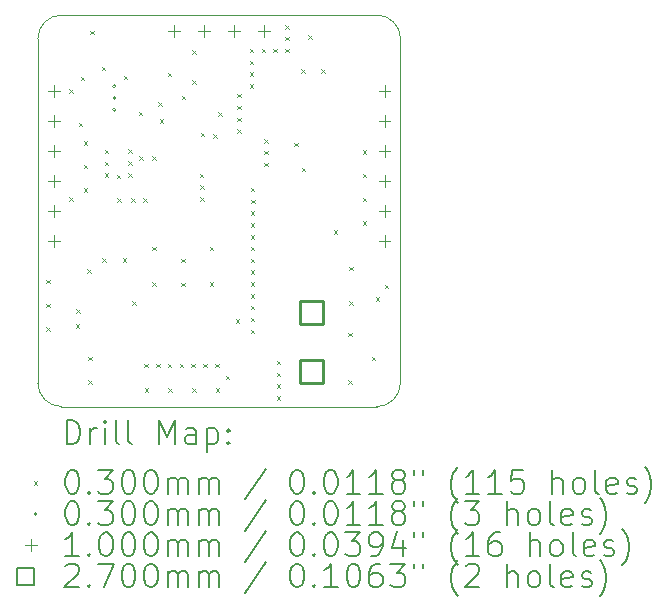
<source format=gbr>
%TF.GenerationSoftware,KiCad,Pcbnew,7.0.1*%
%TF.CreationDate,2023-08-13T10:26:00+02:00*%
%TF.ProjectId,voltmeter,766f6c74-6d65-4746-9572-2e6b69636164,3*%
%TF.SameCoordinates,Original*%
%TF.FileFunction,Drillmap*%
%TF.FilePolarity,Positive*%
%FSLAX45Y45*%
G04 Gerber Fmt 4.5, Leading zero omitted, Abs format (unit mm)*
G04 Created by KiCad (PCBNEW 7.0.1) date 2023-08-13 10:26:00*
%MOMM*%
%LPD*%
G01*
G04 APERTURE LIST*
%ADD10C,0.100000*%
%ADD11C,0.200000*%
%ADD12C,0.030000*%
%ADD13C,0.270000*%
G04 APERTURE END LIST*
D10*
X8330000Y-8122500D02*
X8330000Y-5207500D01*
X11200000Y-8322500D02*
X8530000Y-8322500D01*
X11400000Y-5207500D02*
X11400000Y-8122500D01*
X8530000Y-5007500D02*
G75*
G03*
X8330000Y-5207500I0J-200000D01*
G01*
X8530000Y-5007500D02*
X11200000Y-5007500D01*
X8330000Y-8122500D02*
G75*
G03*
X8530000Y-8322500I200000J0D01*
G01*
X11200000Y-8322500D02*
G75*
G03*
X11400000Y-8122500I0J200000D01*
G01*
X11400000Y-5207500D02*
G75*
G03*
X11200000Y-5007500I-200000J0D01*
G01*
D11*
D12*
X8402500Y-7250000D02*
X8432500Y-7280000D01*
X8432500Y-7250000D02*
X8402500Y-7280000D01*
X8402500Y-7450000D02*
X8432500Y-7480000D01*
X8432500Y-7450000D02*
X8402500Y-7480000D01*
X8402500Y-7650000D02*
X8432500Y-7680000D01*
X8432500Y-7650000D02*
X8402500Y-7680000D01*
X8594000Y-6549000D02*
X8624000Y-6579000D01*
X8624000Y-6549000D02*
X8594000Y-6579000D01*
X8597500Y-5637500D02*
X8627500Y-5667500D01*
X8627500Y-5637500D02*
X8597500Y-5667500D01*
X8652500Y-7625000D02*
X8682500Y-7655000D01*
X8682500Y-7625000D02*
X8652500Y-7655000D01*
X8655000Y-7500000D02*
X8685000Y-7530000D01*
X8685000Y-7500000D02*
X8655000Y-7530000D01*
X8675000Y-5917500D02*
X8705000Y-5947500D01*
X8705000Y-5917500D02*
X8675000Y-5947500D01*
X8692500Y-5530000D02*
X8722500Y-5560000D01*
X8722500Y-5530000D02*
X8692500Y-5560000D01*
X8720000Y-6075000D02*
X8750000Y-6105000D01*
X8750000Y-6075000D02*
X8720000Y-6105000D01*
X8720000Y-6275000D02*
X8750000Y-6305000D01*
X8750000Y-6275000D02*
X8720000Y-6305000D01*
X8720000Y-6475000D02*
X8750000Y-6505000D01*
X8750000Y-6475000D02*
X8720000Y-6505000D01*
X8747500Y-7160000D02*
X8777500Y-7190000D01*
X8777500Y-7160000D02*
X8747500Y-7190000D01*
X8757500Y-7898750D02*
X8787500Y-7928750D01*
X8787500Y-7898750D02*
X8757500Y-7928750D01*
X8757500Y-8098750D02*
X8787500Y-8128750D01*
X8787500Y-8098750D02*
X8757500Y-8128750D01*
X8772500Y-5140000D02*
X8802500Y-5170000D01*
X8802500Y-5140000D02*
X8772500Y-5170000D01*
X8869462Y-5444462D02*
X8899462Y-5474462D01*
X8899462Y-5444462D02*
X8869462Y-5474462D01*
X8875000Y-7067500D02*
X8905000Y-7097500D01*
X8905000Y-7067500D02*
X8875000Y-7097500D01*
X8895000Y-6147500D02*
X8925000Y-6177500D01*
X8925000Y-6147500D02*
X8895000Y-6177500D01*
X8895000Y-6247500D02*
X8925000Y-6277500D01*
X8925000Y-6247500D02*
X8895000Y-6277500D01*
X8895000Y-6347500D02*
X8925000Y-6377500D01*
X8925000Y-6347500D02*
X8895000Y-6377500D01*
X8997500Y-6360000D02*
X9027500Y-6390000D01*
X9027500Y-6360000D02*
X8997500Y-6390000D01*
X9000000Y-6560000D02*
X9030000Y-6590000D01*
X9030000Y-6560000D02*
X9000000Y-6590000D01*
X9050000Y-7067500D02*
X9080000Y-7097500D01*
X9080000Y-7067500D02*
X9050000Y-7097500D01*
X9056460Y-5520000D02*
X9086460Y-5550000D01*
X9086460Y-5520000D02*
X9056460Y-5550000D01*
X9095000Y-6145000D02*
X9125000Y-6175000D01*
X9125000Y-6145000D02*
X9095000Y-6175000D01*
X9095000Y-6245000D02*
X9125000Y-6275000D01*
X9125000Y-6245000D02*
X9095000Y-6275000D01*
X9095000Y-6345000D02*
X9125000Y-6375000D01*
X9125000Y-6345000D02*
X9095000Y-6375000D01*
X9120000Y-6557500D02*
X9150000Y-6587500D01*
X9150000Y-6557500D02*
X9120000Y-6587500D01*
X9129950Y-7430000D02*
X9159950Y-7460000D01*
X9159950Y-7430000D02*
X9129950Y-7460000D01*
X9182500Y-5827500D02*
X9212500Y-5857500D01*
X9212500Y-5827500D02*
X9182500Y-5857500D01*
X9187500Y-6205000D02*
X9217500Y-6235000D01*
X9217500Y-6205000D02*
X9187500Y-6235000D01*
X9220000Y-6557500D02*
X9250000Y-6587500D01*
X9250000Y-6557500D02*
X9220000Y-6587500D01*
X9230000Y-7960000D02*
X9260000Y-7990000D01*
X9260000Y-7960000D02*
X9230000Y-7990000D01*
X9235000Y-8165000D02*
X9265000Y-8195000D01*
X9265000Y-8165000D02*
X9235000Y-8195000D01*
X9297500Y-6970000D02*
X9327500Y-7000000D01*
X9327500Y-6970000D02*
X9297500Y-7000000D01*
X9297500Y-7270000D02*
X9327500Y-7300000D01*
X9327500Y-7270000D02*
X9297500Y-7300000D01*
X9300000Y-6205000D02*
X9330000Y-6235000D01*
X9330000Y-6205000D02*
X9300000Y-6235000D01*
X9330000Y-7960000D02*
X9360000Y-7990000D01*
X9360000Y-7960000D02*
X9330000Y-7990000D01*
X9350000Y-5747500D02*
X9380000Y-5777500D01*
X9380000Y-5747500D02*
X9350000Y-5777500D01*
X9360000Y-5887500D02*
X9390000Y-5917500D01*
X9390000Y-5887500D02*
X9360000Y-5917500D01*
X9430000Y-5495000D02*
X9460000Y-5525000D01*
X9460000Y-5495000D02*
X9430000Y-5525000D01*
X9430000Y-7960000D02*
X9460000Y-7990000D01*
X9460000Y-7960000D02*
X9430000Y-7990000D01*
X9435000Y-8165000D02*
X9465000Y-8195000D01*
X9465000Y-8165000D02*
X9435000Y-8195000D01*
X9530000Y-7960000D02*
X9560000Y-7990000D01*
X9560000Y-7960000D02*
X9530000Y-7990000D01*
X9542500Y-7072500D02*
X9572500Y-7102500D01*
X9572500Y-7072500D02*
X9542500Y-7102500D01*
X9542500Y-7272500D02*
X9572500Y-7302500D01*
X9572500Y-7272500D02*
X9542500Y-7302500D01*
X9550000Y-5690000D02*
X9580000Y-5720000D01*
X9580000Y-5690000D02*
X9550000Y-5720000D01*
X9630000Y-7960000D02*
X9660000Y-7990000D01*
X9660000Y-7960000D02*
X9630000Y-7990000D01*
X9635000Y-8165000D02*
X9665000Y-8195000D01*
X9665000Y-8165000D02*
X9635000Y-8195000D01*
X9635000Y-5557500D02*
X9665000Y-5587500D01*
X9665000Y-5557500D02*
X9635000Y-5587500D01*
X9637500Y-5305000D02*
X9667500Y-5335000D01*
X9667500Y-5305000D02*
X9637500Y-5335000D01*
X9702000Y-6349500D02*
X9732000Y-6379500D01*
X9732000Y-6349500D02*
X9702000Y-6379500D01*
X9702500Y-6450000D02*
X9732500Y-6480000D01*
X9732500Y-6450000D02*
X9702500Y-6480000D01*
X9702500Y-6550000D02*
X9732500Y-6580000D01*
X9732500Y-6550000D02*
X9702500Y-6580000D01*
X9710094Y-6002190D02*
X9740094Y-6032190D01*
X9740094Y-6002190D02*
X9710094Y-6032190D01*
X9730000Y-7960000D02*
X9760000Y-7990000D01*
X9760000Y-7960000D02*
X9730000Y-7990000D01*
X9785000Y-6970576D02*
X9815000Y-7000576D01*
X9815000Y-6970576D02*
X9785000Y-7000576D01*
X9785000Y-7270576D02*
X9815000Y-7300576D01*
X9815000Y-7270576D02*
X9785000Y-7300576D01*
X9812500Y-6017500D02*
X9842500Y-6047500D01*
X9842500Y-6017500D02*
X9812500Y-6047500D01*
X9830000Y-7960000D02*
X9860000Y-7990000D01*
X9860000Y-7960000D02*
X9830000Y-7990000D01*
X9835000Y-8165000D02*
X9865000Y-8195000D01*
X9865000Y-8165000D02*
X9835000Y-8195000D01*
X9855000Y-5832500D02*
X9885000Y-5862500D01*
X9885000Y-5832500D02*
X9855000Y-5862500D01*
X9920000Y-8060000D02*
X9950000Y-8090000D01*
X9950000Y-8060000D02*
X9920000Y-8090000D01*
X10005000Y-7585000D02*
X10035000Y-7615000D01*
X10035000Y-7585000D02*
X10005000Y-7615000D01*
X10017500Y-5675000D02*
X10047500Y-5705000D01*
X10047500Y-5675000D02*
X10017500Y-5705000D01*
X10017500Y-5775000D02*
X10047500Y-5805000D01*
X10047500Y-5775000D02*
X10017500Y-5805000D01*
X10017500Y-5875000D02*
X10047500Y-5905000D01*
X10047500Y-5875000D02*
X10017500Y-5905000D01*
X10017500Y-5975000D02*
X10047500Y-6005000D01*
X10047500Y-5975000D02*
X10017500Y-6005000D01*
X10125000Y-5292500D02*
X10155000Y-5322500D01*
X10155000Y-5292500D02*
X10125000Y-5322500D01*
X10125000Y-5392500D02*
X10155000Y-5422500D01*
X10155000Y-5392500D02*
X10125000Y-5422500D01*
X10125000Y-5492500D02*
X10155000Y-5522500D01*
X10155000Y-5492500D02*
X10125000Y-5522500D01*
X10125000Y-5592500D02*
X10155000Y-5622500D01*
X10155000Y-5592500D02*
X10125000Y-5622500D01*
X10132500Y-6470000D02*
X10162500Y-6500000D01*
X10162500Y-6470000D02*
X10132500Y-6500000D01*
X10132500Y-6670000D02*
X10162500Y-6700000D01*
X10162500Y-6670000D02*
X10132500Y-6700000D01*
X10132500Y-6770000D02*
X10162500Y-6800000D01*
X10162500Y-6770000D02*
X10132500Y-6800000D01*
X10132500Y-6870000D02*
X10162500Y-6900000D01*
X10162500Y-6870000D02*
X10132500Y-6900000D01*
X10132500Y-6970000D02*
X10162500Y-7000000D01*
X10162500Y-6970000D02*
X10132500Y-7000000D01*
X10132500Y-7070000D02*
X10162500Y-7100000D01*
X10162500Y-7070000D02*
X10132500Y-7100000D01*
X10132500Y-7170000D02*
X10162500Y-7200000D01*
X10162500Y-7170000D02*
X10132500Y-7200000D01*
X10132500Y-7270000D02*
X10162500Y-7300000D01*
X10162500Y-7270000D02*
X10132500Y-7300000D01*
X10132500Y-7370000D02*
X10162500Y-7400000D01*
X10162500Y-7370000D02*
X10132500Y-7400000D01*
X10132500Y-7470000D02*
X10162500Y-7500000D01*
X10162500Y-7470000D02*
X10132500Y-7500000D01*
X10132500Y-7570000D02*
X10162500Y-7600000D01*
X10162500Y-7570000D02*
X10132500Y-7600000D01*
X10132500Y-7670000D02*
X10162500Y-7700000D01*
X10162500Y-7670000D02*
X10132500Y-7700000D01*
X10137500Y-6572500D02*
X10167500Y-6602500D01*
X10167500Y-6572500D02*
X10137500Y-6602500D01*
X10225000Y-5292500D02*
X10255000Y-5322500D01*
X10255000Y-5292500D02*
X10225000Y-5322500D01*
X10245000Y-6057500D02*
X10275000Y-6087500D01*
X10275000Y-6057500D02*
X10245000Y-6087500D01*
X10245000Y-6157500D02*
X10275000Y-6187500D01*
X10275000Y-6157500D02*
X10245000Y-6187500D01*
X10245000Y-6257500D02*
X10275000Y-6287500D01*
X10275000Y-6257500D02*
X10245000Y-6287500D01*
X10325000Y-5292500D02*
X10355000Y-5322500D01*
X10355000Y-5292500D02*
X10325000Y-5322500D01*
X10352500Y-7935000D02*
X10382500Y-7965000D01*
X10382500Y-7935000D02*
X10352500Y-7965000D01*
X10352500Y-8035000D02*
X10382500Y-8065000D01*
X10382500Y-8035000D02*
X10352500Y-8065000D01*
X10352500Y-8135000D02*
X10382500Y-8165000D01*
X10382500Y-8135000D02*
X10352500Y-8165000D01*
X10352500Y-8235000D02*
X10382500Y-8265000D01*
X10382500Y-8235000D02*
X10352500Y-8265000D01*
X10425000Y-5092500D02*
X10455000Y-5122500D01*
X10455000Y-5092500D02*
X10425000Y-5122500D01*
X10425000Y-5192500D02*
X10455000Y-5222500D01*
X10455000Y-5192500D02*
X10425000Y-5222500D01*
X10425000Y-5292500D02*
X10455000Y-5322500D01*
X10455000Y-5292500D02*
X10425000Y-5322500D01*
X10500000Y-6090000D02*
X10530000Y-6120000D01*
X10530000Y-6090000D02*
X10500000Y-6120000D01*
X10560000Y-5465000D02*
X10590000Y-5495000D01*
X10590000Y-5465000D02*
X10560000Y-5495000D01*
X10565000Y-6300000D02*
X10595000Y-6330000D01*
X10595000Y-6300000D02*
X10565000Y-6330000D01*
X10621151Y-5178344D02*
X10651151Y-5208344D01*
X10651151Y-5178344D02*
X10621151Y-5208344D01*
X10727500Y-5465000D02*
X10757500Y-5495000D01*
X10757500Y-5465000D02*
X10727500Y-5495000D01*
X10835000Y-6827500D02*
X10865000Y-6857500D01*
X10865000Y-6827500D02*
X10835000Y-6857500D01*
X10957500Y-7698750D02*
X10987500Y-7728750D01*
X10987500Y-7698750D02*
X10957500Y-7728750D01*
X10957500Y-8098750D02*
X10987500Y-8128750D01*
X10987500Y-8098750D02*
X10957500Y-8128750D01*
X10965000Y-7137500D02*
X10995000Y-7167500D01*
X10995000Y-7137500D02*
X10965000Y-7167500D01*
X10967500Y-7432500D02*
X10997500Y-7462500D01*
X10997500Y-7432500D02*
X10967500Y-7462500D01*
X11080000Y-6152500D02*
X11110000Y-6182500D01*
X11110000Y-6152500D02*
X11080000Y-6182500D01*
X11080000Y-6352500D02*
X11110000Y-6382500D01*
X11110000Y-6352500D02*
X11080000Y-6382500D01*
X11080000Y-6552500D02*
X11110000Y-6582500D01*
X11110000Y-6552500D02*
X11080000Y-6582500D01*
X11080000Y-6752500D02*
X11110000Y-6782500D01*
X11110000Y-6752500D02*
X11080000Y-6782500D01*
X11157500Y-7898750D02*
X11187500Y-7928750D01*
X11187500Y-7898750D02*
X11157500Y-7928750D01*
X11192500Y-7395000D02*
X11222500Y-7425000D01*
X11222500Y-7395000D02*
X11192500Y-7425000D01*
X11265000Y-7292500D02*
X11295000Y-7322500D01*
X11295000Y-7292500D02*
X11265000Y-7322500D01*
X8992500Y-5610000D02*
G75*
G03*
X8992500Y-5610000I-15000J0D01*
G01*
X8992500Y-5710000D02*
G75*
G03*
X8992500Y-5710000I-15000J0D01*
G01*
X8992500Y-5810000D02*
G75*
G03*
X8992500Y-5810000I-15000J0D01*
G01*
D10*
X8465000Y-5600500D02*
X8465000Y-5700500D01*
X8415000Y-5650500D02*
X8515000Y-5650500D01*
X8465000Y-5854500D02*
X8465000Y-5954500D01*
X8415000Y-5904500D02*
X8515000Y-5904500D01*
X8465000Y-6108500D02*
X8465000Y-6208500D01*
X8415000Y-6158500D02*
X8515000Y-6158500D01*
X8465000Y-6362500D02*
X8465000Y-6462500D01*
X8415000Y-6412500D02*
X8515000Y-6412500D01*
X8465000Y-6616500D02*
X8465000Y-6716500D01*
X8415000Y-6666500D02*
X8515000Y-6666500D01*
X8465000Y-6870500D02*
X8465000Y-6970500D01*
X8415000Y-6920500D02*
X8515000Y-6920500D01*
X9484000Y-5092500D02*
X9484000Y-5192500D01*
X9434000Y-5142500D02*
X9534000Y-5142500D01*
X9738000Y-5092500D02*
X9738000Y-5192500D01*
X9688000Y-5142500D02*
X9788000Y-5142500D01*
X9992000Y-5092500D02*
X9992000Y-5192500D01*
X9942000Y-5142500D02*
X10042000Y-5142500D01*
X10246000Y-5092500D02*
X10246000Y-5192500D01*
X10196000Y-5142500D02*
X10296000Y-5142500D01*
X11265000Y-5600500D02*
X11265000Y-5700500D01*
X11215000Y-5650500D02*
X11315000Y-5650500D01*
X11265000Y-5854500D02*
X11265000Y-5954500D01*
X11215000Y-5904500D02*
X11315000Y-5904500D01*
X11265000Y-6108500D02*
X11265000Y-6208500D01*
X11215000Y-6158500D02*
X11315000Y-6158500D01*
X11265000Y-6362500D02*
X11265000Y-6462500D01*
X11215000Y-6412500D02*
X11315000Y-6412500D01*
X11265000Y-6616500D02*
X11265000Y-6716500D01*
X11215000Y-6666500D02*
X11315000Y-6666500D01*
X11265000Y-6870500D02*
X11265000Y-6970500D01*
X11215000Y-6920500D02*
X11315000Y-6920500D01*
D13*
X10740460Y-7622960D02*
X10740460Y-7432040D01*
X10549540Y-7432040D01*
X10549540Y-7622960D01*
X10740460Y-7622960D01*
X10740460Y-8122960D02*
X10740460Y-7932040D01*
X10549540Y-7932040D01*
X10549540Y-8122960D01*
X10740460Y-8122960D01*
D11*
X8572619Y-8640024D02*
X8572619Y-8440024D01*
X8572619Y-8440024D02*
X8620238Y-8440024D01*
X8620238Y-8440024D02*
X8648810Y-8449548D01*
X8648810Y-8449548D02*
X8667857Y-8468595D01*
X8667857Y-8468595D02*
X8677381Y-8487643D01*
X8677381Y-8487643D02*
X8686905Y-8525738D01*
X8686905Y-8525738D02*
X8686905Y-8554310D01*
X8686905Y-8554310D02*
X8677381Y-8592405D01*
X8677381Y-8592405D02*
X8667857Y-8611452D01*
X8667857Y-8611452D02*
X8648810Y-8630500D01*
X8648810Y-8630500D02*
X8620238Y-8640024D01*
X8620238Y-8640024D02*
X8572619Y-8640024D01*
X8772619Y-8640024D02*
X8772619Y-8506690D01*
X8772619Y-8544786D02*
X8782143Y-8525738D01*
X8782143Y-8525738D02*
X8791667Y-8516214D01*
X8791667Y-8516214D02*
X8810714Y-8506690D01*
X8810714Y-8506690D02*
X8829762Y-8506690D01*
X8896429Y-8640024D02*
X8896429Y-8506690D01*
X8896429Y-8440024D02*
X8886905Y-8449548D01*
X8886905Y-8449548D02*
X8896429Y-8459071D01*
X8896429Y-8459071D02*
X8905952Y-8449548D01*
X8905952Y-8449548D02*
X8896429Y-8440024D01*
X8896429Y-8440024D02*
X8896429Y-8459071D01*
X9020238Y-8640024D02*
X9001190Y-8630500D01*
X9001190Y-8630500D02*
X8991667Y-8611452D01*
X8991667Y-8611452D02*
X8991667Y-8440024D01*
X9125000Y-8640024D02*
X9105952Y-8630500D01*
X9105952Y-8630500D02*
X9096429Y-8611452D01*
X9096429Y-8611452D02*
X9096429Y-8440024D01*
X9353571Y-8640024D02*
X9353571Y-8440024D01*
X9353571Y-8440024D02*
X9420238Y-8582881D01*
X9420238Y-8582881D02*
X9486905Y-8440024D01*
X9486905Y-8440024D02*
X9486905Y-8640024D01*
X9667857Y-8640024D02*
X9667857Y-8535262D01*
X9667857Y-8535262D02*
X9658333Y-8516214D01*
X9658333Y-8516214D02*
X9639286Y-8506690D01*
X9639286Y-8506690D02*
X9601190Y-8506690D01*
X9601190Y-8506690D02*
X9582143Y-8516214D01*
X9667857Y-8630500D02*
X9648810Y-8640024D01*
X9648810Y-8640024D02*
X9601190Y-8640024D01*
X9601190Y-8640024D02*
X9582143Y-8630500D01*
X9582143Y-8630500D02*
X9572619Y-8611452D01*
X9572619Y-8611452D02*
X9572619Y-8592405D01*
X9572619Y-8592405D02*
X9582143Y-8573357D01*
X9582143Y-8573357D02*
X9601190Y-8563833D01*
X9601190Y-8563833D02*
X9648810Y-8563833D01*
X9648810Y-8563833D02*
X9667857Y-8554310D01*
X9763095Y-8506690D02*
X9763095Y-8706690D01*
X9763095Y-8516214D02*
X9782143Y-8506690D01*
X9782143Y-8506690D02*
X9820238Y-8506690D01*
X9820238Y-8506690D02*
X9839286Y-8516214D01*
X9839286Y-8516214D02*
X9848810Y-8525738D01*
X9848810Y-8525738D02*
X9858333Y-8544786D01*
X9858333Y-8544786D02*
X9858333Y-8601929D01*
X9858333Y-8601929D02*
X9848810Y-8620976D01*
X9848810Y-8620976D02*
X9839286Y-8630500D01*
X9839286Y-8630500D02*
X9820238Y-8640024D01*
X9820238Y-8640024D02*
X9782143Y-8640024D01*
X9782143Y-8640024D02*
X9763095Y-8630500D01*
X9944048Y-8620976D02*
X9953571Y-8630500D01*
X9953571Y-8630500D02*
X9944048Y-8640024D01*
X9944048Y-8640024D02*
X9934524Y-8630500D01*
X9934524Y-8630500D02*
X9944048Y-8620976D01*
X9944048Y-8620976D02*
X9944048Y-8640024D01*
X9944048Y-8516214D02*
X9953571Y-8525738D01*
X9953571Y-8525738D02*
X9944048Y-8535262D01*
X9944048Y-8535262D02*
X9934524Y-8525738D01*
X9934524Y-8525738D02*
X9944048Y-8516214D01*
X9944048Y-8516214D02*
X9944048Y-8535262D01*
D12*
X8295000Y-8952500D02*
X8325000Y-8982500D01*
X8325000Y-8952500D02*
X8295000Y-8982500D01*
D11*
X8610714Y-8860024D02*
X8629762Y-8860024D01*
X8629762Y-8860024D02*
X8648810Y-8869548D01*
X8648810Y-8869548D02*
X8658333Y-8879071D01*
X8658333Y-8879071D02*
X8667857Y-8898119D01*
X8667857Y-8898119D02*
X8677381Y-8936214D01*
X8677381Y-8936214D02*
X8677381Y-8983833D01*
X8677381Y-8983833D02*
X8667857Y-9021929D01*
X8667857Y-9021929D02*
X8658333Y-9040976D01*
X8658333Y-9040976D02*
X8648810Y-9050500D01*
X8648810Y-9050500D02*
X8629762Y-9060024D01*
X8629762Y-9060024D02*
X8610714Y-9060024D01*
X8610714Y-9060024D02*
X8591667Y-9050500D01*
X8591667Y-9050500D02*
X8582143Y-9040976D01*
X8582143Y-9040976D02*
X8572619Y-9021929D01*
X8572619Y-9021929D02*
X8563095Y-8983833D01*
X8563095Y-8983833D02*
X8563095Y-8936214D01*
X8563095Y-8936214D02*
X8572619Y-8898119D01*
X8572619Y-8898119D02*
X8582143Y-8879071D01*
X8582143Y-8879071D02*
X8591667Y-8869548D01*
X8591667Y-8869548D02*
X8610714Y-8860024D01*
X8763095Y-9040976D02*
X8772619Y-9050500D01*
X8772619Y-9050500D02*
X8763095Y-9060024D01*
X8763095Y-9060024D02*
X8753571Y-9050500D01*
X8753571Y-9050500D02*
X8763095Y-9040976D01*
X8763095Y-9040976D02*
X8763095Y-9060024D01*
X8839286Y-8860024D02*
X8963095Y-8860024D01*
X8963095Y-8860024D02*
X8896429Y-8936214D01*
X8896429Y-8936214D02*
X8925000Y-8936214D01*
X8925000Y-8936214D02*
X8944048Y-8945738D01*
X8944048Y-8945738D02*
X8953571Y-8955262D01*
X8953571Y-8955262D02*
X8963095Y-8974310D01*
X8963095Y-8974310D02*
X8963095Y-9021929D01*
X8963095Y-9021929D02*
X8953571Y-9040976D01*
X8953571Y-9040976D02*
X8944048Y-9050500D01*
X8944048Y-9050500D02*
X8925000Y-9060024D01*
X8925000Y-9060024D02*
X8867857Y-9060024D01*
X8867857Y-9060024D02*
X8848810Y-9050500D01*
X8848810Y-9050500D02*
X8839286Y-9040976D01*
X9086905Y-8860024D02*
X9105952Y-8860024D01*
X9105952Y-8860024D02*
X9125000Y-8869548D01*
X9125000Y-8869548D02*
X9134524Y-8879071D01*
X9134524Y-8879071D02*
X9144048Y-8898119D01*
X9144048Y-8898119D02*
X9153571Y-8936214D01*
X9153571Y-8936214D02*
X9153571Y-8983833D01*
X9153571Y-8983833D02*
X9144048Y-9021929D01*
X9144048Y-9021929D02*
X9134524Y-9040976D01*
X9134524Y-9040976D02*
X9125000Y-9050500D01*
X9125000Y-9050500D02*
X9105952Y-9060024D01*
X9105952Y-9060024D02*
X9086905Y-9060024D01*
X9086905Y-9060024D02*
X9067857Y-9050500D01*
X9067857Y-9050500D02*
X9058333Y-9040976D01*
X9058333Y-9040976D02*
X9048810Y-9021929D01*
X9048810Y-9021929D02*
X9039286Y-8983833D01*
X9039286Y-8983833D02*
X9039286Y-8936214D01*
X9039286Y-8936214D02*
X9048810Y-8898119D01*
X9048810Y-8898119D02*
X9058333Y-8879071D01*
X9058333Y-8879071D02*
X9067857Y-8869548D01*
X9067857Y-8869548D02*
X9086905Y-8860024D01*
X9277381Y-8860024D02*
X9296429Y-8860024D01*
X9296429Y-8860024D02*
X9315476Y-8869548D01*
X9315476Y-8869548D02*
X9325000Y-8879071D01*
X9325000Y-8879071D02*
X9334524Y-8898119D01*
X9334524Y-8898119D02*
X9344048Y-8936214D01*
X9344048Y-8936214D02*
X9344048Y-8983833D01*
X9344048Y-8983833D02*
X9334524Y-9021929D01*
X9334524Y-9021929D02*
X9325000Y-9040976D01*
X9325000Y-9040976D02*
X9315476Y-9050500D01*
X9315476Y-9050500D02*
X9296429Y-9060024D01*
X9296429Y-9060024D02*
X9277381Y-9060024D01*
X9277381Y-9060024D02*
X9258333Y-9050500D01*
X9258333Y-9050500D02*
X9248810Y-9040976D01*
X9248810Y-9040976D02*
X9239286Y-9021929D01*
X9239286Y-9021929D02*
X9229762Y-8983833D01*
X9229762Y-8983833D02*
X9229762Y-8936214D01*
X9229762Y-8936214D02*
X9239286Y-8898119D01*
X9239286Y-8898119D02*
X9248810Y-8879071D01*
X9248810Y-8879071D02*
X9258333Y-8869548D01*
X9258333Y-8869548D02*
X9277381Y-8860024D01*
X9429762Y-9060024D02*
X9429762Y-8926690D01*
X9429762Y-8945738D02*
X9439286Y-8936214D01*
X9439286Y-8936214D02*
X9458333Y-8926690D01*
X9458333Y-8926690D02*
X9486905Y-8926690D01*
X9486905Y-8926690D02*
X9505952Y-8936214D01*
X9505952Y-8936214D02*
X9515476Y-8955262D01*
X9515476Y-8955262D02*
X9515476Y-9060024D01*
X9515476Y-8955262D02*
X9525000Y-8936214D01*
X9525000Y-8936214D02*
X9544048Y-8926690D01*
X9544048Y-8926690D02*
X9572619Y-8926690D01*
X9572619Y-8926690D02*
X9591667Y-8936214D01*
X9591667Y-8936214D02*
X9601191Y-8955262D01*
X9601191Y-8955262D02*
X9601191Y-9060024D01*
X9696429Y-9060024D02*
X9696429Y-8926690D01*
X9696429Y-8945738D02*
X9705952Y-8936214D01*
X9705952Y-8936214D02*
X9725000Y-8926690D01*
X9725000Y-8926690D02*
X9753572Y-8926690D01*
X9753572Y-8926690D02*
X9772619Y-8936214D01*
X9772619Y-8936214D02*
X9782143Y-8955262D01*
X9782143Y-8955262D02*
X9782143Y-9060024D01*
X9782143Y-8955262D02*
X9791667Y-8936214D01*
X9791667Y-8936214D02*
X9810714Y-8926690D01*
X9810714Y-8926690D02*
X9839286Y-8926690D01*
X9839286Y-8926690D02*
X9858333Y-8936214D01*
X9858333Y-8936214D02*
X9867857Y-8955262D01*
X9867857Y-8955262D02*
X9867857Y-9060024D01*
X10258333Y-8850500D02*
X10086905Y-9107643D01*
X10515476Y-8860024D02*
X10534524Y-8860024D01*
X10534524Y-8860024D02*
X10553572Y-8869548D01*
X10553572Y-8869548D02*
X10563095Y-8879071D01*
X10563095Y-8879071D02*
X10572619Y-8898119D01*
X10572619Y-8898119D02*
X10582143Y-8936214D01*
X10582143Y-8936214D02*
X10582143Y-8983833D01*
X10582143Y-8983833D02*
X10572619Y-9021929D01*
X10572619Y-9021929D02*
X10563095Y-9040976D01*
X10563095Y-9040976D02*
X10553572Y-9050500D01*
X10553572Y-9050500D02*
X10534524Y-9060024D01*
X10534524Y-9060024D02*
X10515476Y-9060024D01*
X10515476Y-9060024D02*
X10496429Y-9050500D01*
X10496429Y-9050500D02*
X10486905Y-9040976D01*
X10486905Y-9040976D02*
X10477381Y-9021929D01*
X10477381Y-9021929D02*
X10467857Y-8983833D01*
X10467857Y-8983833D02*
X10467857Y-8936214D01*
X10467857Y-8936214D02*
X10477381Y-8898119D01*
X10477381Y-8898119D02*
X10486905Y-8879071D01*
X10486905Y-8879071D02*
X10496429Y-8869548D01*
X10496429Y-8869548D02*
X10515476Y-8860024D01*
X10667857Y-9040976D02*
X10677381Y-9050500D01*
X10677381Y-9050500D02*
X10667857Y-9060024D01*
X10667857Y-9060024D02*
X10658334Y-9050500D01*
X10658334Y-9050500D02*
X10667857Y-9040976D01*
X10667857Y-9040976D02*
X10667857Y-9060024D01*
X10801191Y-8860024D02*
X10820238Y-8860024D01*
X10820238Y-8860024D02*
X10839286Y-8869548D01*
X10839286Y-8869548D02*
X10848810Y-8879071D01*
X10848810Y-8879071D02*
X10858334Y-8898119D01*
X10858334Y-8898119D02*
X10867857Y-8936214D01*
X10867857Y-8936214D02*
X10867857Y-8983833D01*
X10867857Y-8983833D02*
X10858334Y-9021929D01*
X10858334Y-9021929D02*
X10848810Y-9040976D01*
X10848810Y-9040976D02*
X10839286Y-9050500D01*
X10839286Y-9050500D02*
X10820238Y-9060024D01*
X10820238Y-9060024D02*
X10801191Y-9060024D01*
X10801191Y-9060024D02*
X10782143Y-9050500D01*
X10782143Y-9050500D02*
X10772619Y-9040976D01*
X10772619Y-9040976D02*
X10763095Y-9021929D01*
X10763095Y-9021929D02*
X10753572Y-8983833D01*
X10753572Y-8983833D02*
X10753572Y-8936214D01*
X10753572Y-8936214D02*
X10763095Y-8898119D01*
X10763095Y-8898119D02*
X10772619Y-8879071D01*
X10772619Y-8879071D02*
X10782143Y-8869548D01*
X10782143Y-8869548D02*
X10801191Y-8860024D01*
X11058334Y-9060024D02*
X10944048Y-9060024D01*
X11001191Y-9060024D02*
X11001191Y-8860024D01*
X11001191Y-8860024D02*
X10982143Y-8888595D01*
X10982143Y-8888595D02*
X10963095Y-8907643D01*
X10963095Y-8907643D02*
X10944048Y-8917167D01*
X11248810Y-9060024D02*
X11134524Y-9060024D01*
X11191667Y-9060024D02*
X11191667Y-8860024D01*
X11191667Y-8860024D02*
X11172619Y-8888595D01*
X11172619Y-8888595D02*
X11153572Y-8907643D01*
X11153572Y-8907643D02*
X11134524Y-8917167D01*
X11363095Y-8945738D02*
X11344048Y-8936214D01*
X11344048Y-8936214D02*
X11334524Y-8926690D01*
X11334524Y-8926690D02*
X11325000Y-8907643D01*
X11325000Y-8907643D02*
X11325000Y-8898119D01*
X11325000Y-8898119D02*
X11334524Y-8879071D01*
X11334524Y-8879071D02*
X11344048Y-8869548D01*
X11344048Y-8869548D02*
X11363095Y-8860024D01*
X11363095Y-8860024D02*
X11401191Y-8860024D01*
X11401191Y-8860024D02*
X11420238Y-8869548D01*
X11420238Y-8869548D02*
X11429762Y-8879071D01*
X11429762Y-8879071D02*
X11439286Y-8898119D01*
X11439286Y-8898119D02*
X11439286Y-8907643D01*
X11439286Y-8907643D02*
X11429762Y-8926690D01*
X11429762Y-8926690D02*
X11420238Y-8936214D01*
X11420238Y-8936214D02*
X11401191Y-8945738D01*
X11401191Y-8945738D02*
X11363095Y-8945738D01*
X11363095Y-8945738D02*
X11344048Y-8955262D01*
X11344048Y-8955262D02*
X11334524Y-8964786D01*
X11334524Y-8964786D02*
X11325000Y-8983833D01*
X11325000Y-8983833D02*
X11325000Y-9021929D01*
X11325000Y-9021929D02*
X11334524Y-9040976D01*
X11334524Y-9040976D02*
X11344048Y-9050500D01*
X11344048Y-9050500D02*
X11363095Y-9060024D01*
X11363095Y-9060024D02*
X11401191Y-9060024D01*
X11401191Y-9060024D02*
X11420238Y-9050500D01*
X11420238Y-9050500D02*
X11429762Y-9040976D01*
X11429762Y-9040976D02*
X11439286Y-9021929D01*
X11439286Y-9021929D02*
X11439286Y-8983833D01*
X11439286Y-8983833D02*
X11429762Y-8964786D01*
X11429762Y-8964786D02*
X11420238Y-8955262D01*
X11420238Y-8955262D02*
X11401191Y-8945738D01*
X11515476Y-8860024D02*
X11515476Y-8898119D01*
X11591667Y-8860024D02*
X11591667Y-8898119D01*
X11886905Y-9136214D02*
X11877381Y-9126690D01*
X11877381Y-9126690D02*
X11858334Y-9098119D01*
X11858334Y-9098119D02*
X11848810Y-9079071D01*
X11848810Y-9079071D02*
X11839286Y-9050500D01*
X11839286Y-9050500D02*
X11829762Y-9002881D01*
X11829762Y-9002881D02*
X11829762Y-8964786D01*
X11829762Y-8964786D02*
X11839286Y-8917167D01*
X11839286Y-8917167D02*
X11848810Y-8888595D01*
X11848810Y-8888595D02*
X11858334Y-8869548D01*
X11858334Y-8869548D02*
X11877381Y-8840976D01*
X11877381Y-8840976D02*
X11886905Y-8831452D01*
X12067857Y-9060024D02*
X11953572Y-9060024D01*
X12010714Y-9060024D02*
X12010714Y-8860024D01*
X12010714Y-8860024D02*
X11991667Y-8888595D01*
X11991667Y-8888595D02*
X11972619Y-8907643D01*
X11972619Y-8907643D02*
X11953572Y-8917167D01*
X12258334Y-9060024D02*
X12144048Y-9060024D01*
X12201191Y-9060024D02*
X12201191Y-8860024D01*
X12201191Y-8860024D02*
X12182143Y-8888595D01*
X12182143Y-8888595D02*
X12163095Y-8907643D01*
X12163095Y-8907643D02*
X12144048Y-8917167D01*
X12439286Y-8860024D02*
X12344048Y-8860024D01*
X12344048Y-8860024D02*
X12334524Y-8955262D01*
X12334524Y-8955262D02*
X12344048Y-8945738D01*
X12344048Y-8945738D02*
X12363095Y-8936214D01*
X12363095Y-8936214D02*
X12410715Y-8936214D01*
X12410715Y-8936214D02*
X12429762Y-8945738D01*
X12429762Y-8945738D02*
X12439286Y-8955262D01*
X12439286Y-8955262D02*
X12448810Y-8974310D01*
X12448810Y-8974310D02*
X12448810Y-9021929D01*
X12448810Y-9021929D02*
X12439286Y-9040976D01*
X12439286Y-9040976D02*
X12429762Y-9050500D01*
X12429762Y-9050500D02*
X12410715Y-9060024D01*
X12410715Y-9060024D02*
X12363095Y-9060024D01*
X12363095Y-9060024D02*
X12344048Y-9050500D01*
X12344048Y-9050500D02*
X12334524Y-9040976D01*
X12686905Y-9060024D02*
X12686905Y-8860024D01*
X12772619Y-9060024D02*
X12772619Y-8955262D01*
X12772619Y-8955262D02*
X12763096Y-8936214D01*
X12763096Y-8936214D02*
X12744048Y-8926690D01*
X12744048Y-8926690D02*
X12715476Y-8926690D01*
X12715476Y-8926690D02*
X12696429Y-8936214D01*
X12696429Y-8936214D02*
X12686905Y-8945738D01*
X12896429Y-9060024D02*
X12877381Y-9050500D01*
X12877381Y-9050500D02*
X12867857Y-9040976D01*
X12867857Y-9040976D02*
X12858334Y-9021929D01*
X12858334Y-9021929D02*
X12858334Y-8964786D01*
X12858334Y-8964786D02*
X12867857Y-8945738D01*
X12867857Y-8945738D02*
X12877381Y-8936214D01*
X12877381Y-8936214D02*
X12896429Y-8926690D01*
X12896429Y-8926690D02*
X12925000Y-8926690D01*
X12925000Y-8926690D02*
X12944048Y-8936214D01*
X12944048Y-8936214D02*
X12953572Y-8945738D01*
X12953572Y-8945738D02*
X12963096Y-8964786D01*
X12963096Y-8964786D02*
X12963096Y-9021929D01*
X12963096Y-9021929D02*
X12953572Y-9040976D01*
X12953572Y-9040976D02*
X12944048Y-9050500D01*
X12944048Y-9050500D02*
X12925000Y-9060024D01*
X12925000Y-9060024D02*
X12896429Y-9060024D01*
X13077381Y-9060024D02*
X13058334Y-9050500D01*
X13058334Y-9050500D02*
X13048810Y-9031452D01*
X13048810Y-9031452D02*
X13048810Y-8860024D01*
X13229762Y-9050500D02*
X13210715Y-9060024D01*
X13210715Y-9060024D02*
X13172619Y-9060024D01*
X13172619Y-9060024D02*
X13153572Y-9050500D01*
X13153572Y-9050500D02*
X13144048Y-9031452D01*
X13144048Y-9031452D02*
X13144048Y-8955262D01*
X13144048Y-8955262D02*
X13153572Y-8936214D01*
X13153572Y-8936214D02*
X13172619Y-8926690D01*
X13172619Y-8926690D02*
X13210715Y-8926690D01*
X13210715Y-8926690D02*
X13229762Y-8936214D01*
X13229762Y-8936214D02*
X13239286Y-8955262D01*
X13239286Y-8955262D02*
X13239286Y-8974310D01*
X13239286Y-8974310D02*
X13144048Y-8993357D01*
X13315477Y-9050500D02*
X13334524Y-9060024D01*
X13334524Y-9060024D02*
X13372619Y-9060024D01*
X13372619Y-9060024D02*
X13391667Y-9050500D01*
X13391667Y-9050500D02*
X13401191Y-9031452D01*
X13401191Y-9031452D02*
X13401191Y-9021929D01*
X13401191Y-9021929D02*
X13391667Y-9002881D01*
X13391667Y-9002881D02*
X13372619Y-8993357D01*
X13372619Y-8993357D02*
X13344048Y-8993357D01*
X13344048Y-8993357D02*
X13325000Y-8983833D01*
X13325000Y-8983833D02*
X13315477Y-8964786D01*
X13315477Y-8964786D02*
X13315477Y-8955262D01*
X13315477Y-8955262D02*
X13325000Y-8936214D01*
X13325000Y-8936214D02*
X13344048Y-8926690D01*
X13344048Y-8926690D02*
X13372619Y-8926690D01*
X13372619Y-8926690D02*
X13391667Y-8936214D01*
X13467858Y-9136214D02*
X13477381Y-9126690D01*
X13477381Y-9126690D02*
X13496429Y-9098119D01*
X13496429Y-9098119D02*
X13505953Y-9079071D01*
X13505953Y-9079071D02*
X13515477Y-9050500D01*
X13515477Y-9050500D02*
X13525000Y-9002881D01*
X13525000Y-9002881D02*
X13525000Y-8964786D01*
X13525000Y-8964786D02*
X13515477Y-8917167D01*
X13515477Y-8917167D02*
X13505953Y-8888595D01*
X13505953Y-8888595D02*
X13496429Y-8869548D01*
X13496429Y-8869548D02*
X13477381Y-8840976D01*
X13477381Y-8840976D02*
X13467858Y-8831452D01*
D12*
X8325000Y-9231500D02*
G75*
G03*
X8325000Y-9231500I-15000J0D01*
G01*
D11*
X8610714Y-9124024D02*
X8629762Y-9124024D01*
X8629762Y-9124024D02*
X8648810Y-9133548D01*
X8648810Y-9133548D02*
X8658333Y-9143071D01*
X8658333Y-9143071D02*
X8667857Y-9162119D01*
X8667857Y-9162119D02*
X8677381Y-9200214D01*
X8677381Y-9200214D02*
X8677381Y-9247833D01*
X8677381Y-9247833D02*
X8667857Y-9285929D01*
X8667857Y-9285929D02*
X8658333Y-9304976D01*
X8658333Y-9304976D02*
X8648810Y-9314500D01*
X8648810Y-9314500D02*
X8629762Y-9324024D01*
X8629762Y-9324024D02*
X8610714Y-9324024D01*
X8610714Y-9324024D02*
X8591667Y-9314500D01*
X8591667Y-9314500D02*
X8582143Y-9304976D01*
X8582143Y-9304976D02*
X8572619Y-9285929D01*
X8572619Y-9285929D02*
X8563095Y-9247833D01*
X8563095Y-9247833D02*
X8563095Y-9200214D01*
X8563095Y-9200214D02*
X8572619Y-9162119D01*
X8572619Y-9162119D02*
X8582143Y-9143071D01*
X8582143Y-9143071D02*
X8591667Y-9133548D01*
X8591667Y-9133548D02*
X8610714Y-9124024D01*
X8763095Y-9304976D02*
X8772619Y-9314500D01*
X8772619Y-9314500D02*
X8763095Y-9324024D01*
X8763095Y-9324024D02*
X8753571Y-9314500D01*
X8753571Y-9314500D02*
X8763095Y-9304976D01*
X8763095Y-9304976D02*
X8763095Y-9324024D01*
X8839286Y-9124024D02*
X8963095Y-9124024D01*
X8963095Y-9124024D02*
X8896429Y-9200214D01*
X8896429Y-9200214D02*
X8925000Y-9200214D01*
X8925000Y-9200214D02*
X8944048Y-9209738D01*
X8944048Y-9209738D02*
X8953571Y-9219262D01*
X8953571Y-9219262D02*
X8963095Y-9238310D01*
X8963095Y-9238310D02*
X8963095Y-9285929D01*
X8963095Y-9285929D02*
X8953571Y-9304976D01*
X8953571Y-9304976D02*
X8944048Y-9314500D01*
X8944048Y-9314500D02*
X8925000Y-9324024D01*
X8925000Y-9324024D02*
X8867857Y-9324024D01*
X8867857Y-9324024D02*
X8848810Y-9314500D01*
X8848810Y-9314500D02*
X8839286Y-9304976D01*
X9086905Y-9124024D02*
X9105952Y-9124024D01*
X9105952Y-9124024D02*
X9125000Y-9133548D01*
X9125000Y-9133548D02*
X9134524Y-9143071D01*
X9134524Y-9143071D02*
X9144048Y-9162119D01*
X9144048Y-9162119D02*
X9153571Y-9200214D01*
X9153571Y-9200214D02*
X9153571Y-9247833D01*
X9153571Y-9247833D02*
X9144048Y-9285929D01*
X9144048Y-9285929D02*
X9134524Y-9304976D01*
X9134524Y-9304976D02*
X9125000Y-9314500D01*
X9125000Y-9314500D02*
X9105952Y-9324024D01*
X9105952Y-9324024D02*
X9086905Y-9324024D01*
X9086905Y-9324024D02*
X9067857Y-9314500D01*
X9067857Y-9314500D02*
X9058333Y-9304976D01*
X9058333Y-9304976D02*
X9048810Y-9285929D01*
X9048810Y-9285929D02*
X9039286Y-9247833D01*
X9039286Y-9247833D02*
X9039286Y-9200214D01*
X9039286Y-9200214D02*
X9048810Y-9162119D01*
X9048810Y-9162119D02*
X9058333Y-9143071D01*
X9058333Y-9143071D02*
X9067857Y-9133548D01*
X9067857Y-9133548D02*
X9086905Y-9124024D01*
X9277381Y-9124024D02*
X9296429Y-9124024D01*
X9296429Y-9124024D02*
X9315476Y-9133548D01*
X9315476Y-9133548D02*
X9325000Y-9143071D01*
X9325000Y-9143071D02*
X9334524Y-9162119D01*
X9334524Y-9162119D02*
X9344048Y-9200214D01*
X9344048Y-9200214D02*
X9344048Y-9247833D01*
X9344048Y-9247833D02*
X9334524Y-9285929D01*
X9334524Y-9285929D02*
X9325000Y-9304976D01*
X9325000Y-9304976D02*
X9315476Y-9314500D01*
X9315476Y-9314500D02*
X9296429Y-9324024D01*
X9296429Y-9324024D02*
X9277381Y-9324024D01*
X9277381Y-9324024D02*
X9258333Y-9314500D01*
X9258333Y-9314500D02*
X9248810Y-9304976D01*
X9248810Y-9304976D02*
X9239286Y-9285929D01*
X9239286Y-9285929D02*
X9229762Y-9247833D01*
X9229762Y-9247833D02*
X9229762Y-9200214D01*
X9229762Y-9200214D02*
X9239286Y-9162119D01*
X9239286Y-9162119D02*
X9248810Y-9143071D01*
X9248810Y-9143071D02*
X9258333Y-9133548D01*
X9258333Y-9133548D02*
X9277381Y-9124024D01*
X9429762Y-9324024D02*
X9429762Y-9190690D01*
X9429762Y-9209738D02*
X9439286Y-9200214D01*
X9439286Y-9200214D02*
X9458333Y-9190690D01*
X9458333Y-9190690D02*
X9486905Y-9190690D01*
X9486905Y-9190690D02*
X9505952Y-9200214D01*
X9505952Y-9200214D02*
X9515476Y-9219262D01*
X9515476Y-9219262D02*
X9515476Y-9324024D01*
X9515476Y-9219262D02*
X9525000Y-9200214D01*
X9525000Y-9200214D02*
X9544048Y-9190690D01*
X9544048Y-9190690D02*
X9572619Y-9190690D01*
X9572619Y-9190690D02*
X9591667Y-9200214D01*
X9591667Y-9200214D02*
X9601191Y-9219262D01*
X9601191Y-9219262D02*
X9601191Y-9324024D01*
X9696429Y-9324024D02*
X9696429Y-9190690D01*
X9696429Y-9209738D02*
X9705952Y-9200214D01*
X9705952Y-9200214D02*
X9725000Y-9190690D01*
X9725000Y-9190690D02*
X9753572Y-9190690D01*
X9753572Y-9190690D02*
X9772619Y-9200214D01*
X9772619Y-9200214D02*
X9782143Y-9219262D01*
X9782143Y-9219262D02*
X9782143Y-9324024D01*
X9782143Y-9219262D02*
X9791667Y-9200214D01*
X9791667Y-9200214D02*
X9810714Y-9190690D01*
X9810714Y-9190690D02*
X9839286Y-9190690D01*
X9839286Y-9190690D02*
X9858333Y-9200214D01*
X9858333Y-9200214D02*
X9867857Y-9219262D01*
X9867857Y-9219262D02*
X9867857Y-9324024D01*
X10258333Y-9114500D02*
X10086905Y-9371643D01*
X10515476Y-9124024D02*
X10534524Y-9124024D01*
X10534524Y-9124024D02*
X10553572Y-9133548D01*
X10553572Y-9133548D02*
X10563095Y-9143071D01*
X10563095Y-9143071D02*
X10572619Y-9162119D01*
X10572619Y-9162119D02*
X10582143Y-9200214D01*
X10582143Y-9200214D02*
X10582143Y-9247833D01*
X10582143Y-9247833D02*
X10572619Y-9285929D01*
X10572619Y-9285929D02*
X10563095Y-9304976D01*
X10563095Y-9304976D02*
X10553572Y-9314500D01*
X10553572Y-9314500D02*
X10534524Y-9324024D01*
X10534524Y-9324024D02*
X10515476Y-9324024D01*
X10515476Y-9324024D02*
X10496429Y-9314500D01*
X10496429Y-9314500D02*
X10486905Y-9304976D01*
X10486905Y-9304976D02*
X10477381Y-9285929D01*
X10477381Y-9285929D02*
X10467857Y-9247833D01*
X10467857Y-9247833D02*
X10467857Y-9200214D01*
X10467857Y-9200214D02*
X10477381Y-9162119D01*
X10477381Y-9162119D02*
X10486905Y-9143071D01*
X10486905Y-9143071D02*
X10496429Y-9133548D01*
X10496429Y-9133548D02*
X10515476Y-9124024D01*
X10667857Y-9304976D02*
X10677381Y-9314500D01*
X10677381Y-9314500D02*
X10667857Y-9324024D01*
X10667857Y-9324024D02*
X10658334Y-9314500D01*
X10658334Y-9314500D02*
X10667857Y-9304976D01*
X10667857Y-9304976D02*
X10667857Y-9324024D01*
X10801191Y-9124024D02*
X10820238Y-9124024D01*
X10820238Y-9124024D02*
X10839286Y-9133548D01*
X10839286Y-9133548D02*
X10848810Y-9143071D01*
X10848810Y-9143071D02*
X10858334Y-9162119D01*
X10858334Y-9162119D02*
X10867857Y-9200214D01*
X10867857Y-9200214D02*
X10867857Y-9247833D01*
X10867857Y-9247833D02*
X10858334Y-9285929D01*
X10858334Y-9285929D02*
X10848810Y-9304976D01*
X10848810Y-9304976D02*
X10839286Y-9314500D01*
X10839286Y-9314500D02*
X10820238Y-9324024D01*
X10820238Y-9324024D02*
X10801191Y-9324024D01*
X10801191Y-9324024D02*
X10782143Y-9314500D01*
X10782143Y-9314500D02*
X10772619Y-9304976D01*
X10772619Y-9304976D02*
X10763095Y-9285929D01*
X10763095Y-9285929D02*
X10753572Y-9247833D01*
X10753572Y-9247833D02*
X10753572Y-9200214D01*
X10753572Y-9200214D02*
X10763095Y-9162119D01*
X10763095Y-9162119D02*
X10772619Y-9143071D01*
X10772619Y-9143071D02*
X10782143Y-9133548D01*
X10782143Y-9133548D02*
X10801191Y-9124024D01*
X11058334Y-9324024D02*
X10944048Y-9324024D01*
X11001191Y-9324024D02*
X11001191Y-9124024D01*
X11001191Y-9124024D02*
X10982143Y-9152595D01*
X10982143Y-9152595D02*
X10963095Y-9171643D01*
X10963095Y-9171643D02*
X10944048Y-9181167D01*
X11248810Y-9324024D02*
X11134524Y-9324024D01*
X11191667Y-9324024D02*
X11191667Y-9124024D01*
X11191667Y-9124024D02*
X11172619Y-9152595D01*
X11172619Y-9152595D02*
X11153572Y-9171643D01*
X11153572Y-9171643D02*
X11134524Y-9181167D01*
X11363095Y-9209738D02*
X11344048Y-9200214D01*
X11344048Y-9200214D02*
X11334524Y-9190690D01*
X11334524Y-9190690D02*
X11325000Y-9171643D01*
X11325000Y-9171643D02*
X11325000Y-9162119D01*
X11325000Y-9162119D02*
X11334524Y-9143071D01*
X11334524Y-9143071D02*
X11344048Y-9133548D01*
X11344048Y-9133548D02*
X11363095Y-9124024D01*
X11363095Y-9124024D02*
X11401191Y-9124024D01*
X11401191Y-9124024D02*
X11420238Y-9133548D01*
X11420238Y-9133548D02*
X11429762Y-9143071D01*
X11429762Y-9143071D02*
X11439286Y-9162119D01*
X11439286Y-9162119D02*
X11439286Y-9171643D01*
X11439286Y-9171643D02*
X11429762Y-9190690D01*
X11429762Y-9190690D02*
X11420238Y-9200214D01*
X11420238Y-9200214D02*
X11401191Y-9209738D01*
X11401191Y-9209738D02*
X11363095Y-9209738D01*
X11363095Y-9209738D02*
X11344048Y-9219262D01*
X11344048Y-9219262D02*
X11334524Y-9228786D01*
X11334524Y-9228786D02*
X11325000Y-9247833D01*
X11325000Y-9247833D02*
X11325000Y-9285929D01*
X11325000Y-9285929D02*
X11334524Y-9304976D01*
X11334524Y-9304976D02*
X11344048Y-9314500D01*
X11344048Y-9314500D02*
X11363095Y-9324024D01*
X11363095Y-9324024D02*
X11401191Y-9324024D01*
X11401191Y-9324024D02*
X11420238Y-9314500D01*
X11420238Y-9314500D02*
X11429762Y-9304976D01*
X11429762Y-9304976D02*
X11439286Y-9285929D01*
X11439286Y-9285929D02*
X11439286Y-9247833D01*
X11439286Y-9247833D02*
X11429762Y-9228786D01*
X11429762Y-9228786D02*
X11420238Y-9219262D01*
X11420238Y-9219262D02*
X11401191Y-9209738D01*
X11515476Y-9124024D02*
X11515476Y-9162119D01*
X11591667Y-9124024D02*
X11591667Y-9162119D01*
X11886905Y-9400214D02*
X11877381Y-9390690D01*
X11877381Y-9390690D02*
X11858334Y-9362119D01*
X11858334Y-9362119D02*
X11848810Y-9343071D01*
X11848810Y-9343071D02*
X11839286Y-9314500D01*
X11839286Y-9314500D02*
X11829762Y-9266881D01*
X11829762Y-9266881D02*
X11829762Y-9228786D01*
X11829762Y-9228786D02*
X11839286Y-9181167D01*
X11839286Y-9181167D02*
X11848810Y-9152595D01*
X11848810Y-9152595D02*
X11858334Y-9133548D01*
X11858334Y-9133548D02*
X11877381Y-9104976D01*
X11877381Y-9104976D02*
X11886905Y-9095452D01*
X11944048Y-9124024D02*
X12067857Y-9124024D01*
X12067857Y-9124024D02*
X12001191Y-9200214D01*
X12001191Y-9200214D02*
X12029762Y-9200214D01*
X12029762Y-9200214D02*
X12048810Y-9209738D01*
X12048810Y-9209738D02*
X12058334Y-9219262D01*
X12058334Y-9219262D02*
X12067857Y-9238310D01*
X12067857Y-9238310D02*
X12067857Y-9285929D01*
X12067857Y-9285929D02*
X12058334Y-9304976D01*
X12058334Y-9304976D02*
X12048810Y-9314500D01*
X12048810Y-9314500D02*
X12029762Y-9324024D01*
X12029762Y-9324024D02*
X11972619Y-9324024D01*
X11972619Y-9324024D02*
X11953572Y-9314500D01*
X11953572Y-9314500D02*
X11944048Y-9304976D01*
X12305953Y-9324024D02*
X12305953Y-9124024D01*
X12391667Y-9324024D02*
X12391667Y-9219262D01*
X12391667Y-9219262D02*
X12382143Y-9200214D01*
X12382143Y-9200214D02*
X12363096Y-9190690D01*
X12363096Y-9190690D02*
X12334524Y-9190690D01*
X12334524Y-9190690D02*
X12315476Y-9200214D01*
X12315476Y-9200214D02*
X12305953Y-9209738D01*
X12515476Y-9324024D02*
X12496429Y-9314500D01*
X12496429Y-9314500D02*
X12486905Y-9304976D01*
X12486905Y-9304976D02*
X12477381Y-9285929D01*
X12477381Y-9285929D02*
X12477381Y-9228786D01*
X12477381Y-9228786D02*
X12486905Y-9209738D01*
X12486905Y-9209738D02*
X12496429Y-9200214D01*
X12496429Y-9200214D02*
X12515476Y-9190690D01*
X12515476Y-9190690D02*
X12544048Y-9190690D01*
X12544048Y-9190690D02*
X12563096Y-9200214D01*
X12563096Y-9200214D02*
X12572619Y-9209738D01*
X12572619Y-9209738D02*
X12582143Y-9228786D01*
X12582143Y-9228786D02*
X12582143Y-9285929D01*
X12582143Y-9285929D02*
X12572619Y-9304976D01*
X12572619Y-9304976D02*
X12563096Y-9314500D01*
X12563096Y-9314500D02*
X12544048Y-9324024D01*
X12544048Y-9324024D02*
X12515476Y-9324024D01*
X12696429Y-9324024D02*
X12677381Y-9314500D01*
X12677381Y-9314500D02*
X12667857Y-9295452D01*
X12667857Y-9295452D02*
X12667857Y-9124024D01*
X12848810Y-9314500D02*
X12829762Y-9324024D01*
X12829762Y-9324024D02*
X12791667Y-9324024D01*
X12791667Y-9324024D02*
X12772619Y-9314500D01*
X12772619Y-9314500D02*
X12763096Y-9295452D01*
X12763096Y-9295452D02*
X12763096Y-9219262D01*
X12763096Y-9219262D02*
X12772619Y-9200214D01*
X12772619Y-9200214D02*
X12791667Y-9190690D01*
X12791667Y-9190690D02*
X12829762Y-9190690D01*
X12829762Y-9190690D02*
X12848810Y-9200214D01*
X12848810Y-9200214D02*
X12858334Y-9219262D01*
X12858334Y-9219262D02*
X12858334Y-9238310D01*
X12858334Y-9238310D02*
X12763096Y-9257357D01*
X12934524Y-9314500D02*
X12953572Y-9324024D01*
X12953572Y-9324024D02*
X12991667Y-9324024D01*
X12991667Y-9324024D02*
X13010715Y-9314500D01*
X13010715Y-9314500D02*
X13020238Y-9295452D01*
X13020238Y-9295452D02*
X13020238Y-9285929D01*
X13020238Y-9285929D02*
X13010715Y-9266881D01*
X13010715Y-9266881D02*
X12991667Y-9257357D01*
X12991667Y-9257357D02*
X12963096Y-9257357D01*
X12963096Y-9257357D02*
X12944048Y-9247833D01*
X12944048Y-9247833D02*
X12934524Y-9228786D01*
X12934524Y-9228786D02*
X12934524Y-9219262D01*
X12934524Y-9219262D02*
X12944048Y-9200214D01*
X12944048Y-9200214D02*
X12963096Y-9190690D01*
X12963096Y-9190690D02*
X12991667Y-9190690D01*
X12991667Y-9190690D02*
X13010715Y-9200214D01*
X13086905Y-9400214D02*
X13096429Y-9390690D01*
X13096429Y-9390690D02*
X13115477Y-9362119D01*
X13115477Y-9362119D02*
X13125000Y-9343071D01*
X13125000Y-9343071D02*
X13134524Y-9314500D01*
X13134524Y-9314500D02*
X13144048Y-9266881D01*
X13144048Y-9266881D02*
X13144048Y-9228786D01*
X13144048Y-9228786D02*
X13134524Y-9181167D01*
X13134524Y-9181167D02*
X13125000Y-9152595D01*
X13125000Y-9152595D02*
X13115477Y-9133548D01*
X13115477Y-9133548D02*
X13096429Y-9104976D01*
X13096429Y-9104976D02*
X13086905Y-9095452D01*
D10*
X8275000Y-9445500D02*
X8275000Y-9545500D01*
X8225000Y-9495500D02*
X8325000Y-9495500D01*
D11*
X8677381Y-9588024D02*
X8563095Y-9588024D01*
X8620238Y-9588024D02*
X8620238Y-9388024D01*
X8620238Y-9388024D02*
X8601190Y-9416595D01*
X8601190Y-9416595D02*
X8582143Y-9435643D01*
X8582143Y-9435643D02*
X8563095Y-9445167D01*
X8763095Y-9568976D02*
X8772619Y-9578500D01*
X8772619Y-9578500D02*
X8763095Y-9588024D01*
X8763095Y-9588024D02*
X8753571Y-9578500D01*
X8753571Y-9578500D02*
X8763095Y-9568976D01*
X8763095Y-9568976D02*
X8763095Y-9588024D01*
X8896429Y-9388024D02*
X8915476Y-9388024D01*
X8915476Y-9388024D02*
X8934524Y-9397548D01*
X8934524Y-9397548D02*
X8944048Y-9407071D01*
X8944048Y-9407071D02*
X8953571Y-9426119D01*
X8953571Y-9426119D02*
X8963095Y-9464214D01*
X8963095Y-9464214D02*
X8963095Y-9511833D01*
X8963095Y-9511833D02*
X8953571Y-9549929D01*
X8953571Y-9549929D02*
X8944048Y-9568976D01*
X8944048Y-9568976D02*
X8934524Y-9578500D01*
X8934524Y-9578500D02*
X8915476Y-9588024D01*
X8915476Y-9588024D02*
X8896429Y-9588024D01*
X8896429Y-9588024D02*
X8877381Y-9578500D01*
X8877381Y-9578500D02*
X8867857Y-9568976D01*
X8867857Y-9568976D02*
X8858333Y-9549929D01*
X8858333Y-9549929D02*
X8848810Y-9511833D01*
X8848810Y-9511833D02*
X8848810Y-9464214D01*
X8848810Y-9464214D02*
X8858333Y-9426119D01*
X8858333Y-9426119D02*
X8867857Y-9407071D01*
X8867857Y-9407071D02*
X8877381Y-9397548D01*
X8877381Y-9397548D02*
X8896429Y-9388024D01*
X9086905Y-9388024D02*
X9105952Y-9388024D01*
X9105952Y-9388024D02*
X9125000Y-9397548D01*
X9125000Y-9397548D02*
X9134524Y-9407071D01*
X9134524Y-9407071D02*
X9144048Y-9426119D01*
X9144048Y-9426119D02*
X9153571Y-9464214D01*
X9153571Y-9464214D02*
X9153571Y-9511833D01*
X9153571Y-9511833D02*
X9144048Y-9549929D01*
X9144048Y-9549929D02*
X9134524Y-9568976D01*
X9134524Y-9568976D02*
X9125000Y-9578500D01*
X9125000Y-9578500D02*
X9105952Y-9588024D01*
X9105952Y-9588024D02*
X9086905Y-9588024D01*
X9086905Y-9588024D02*
X9067857Y-9578500D01*
X9067857Y-9578500D02*
X9058333Y-9568976D01*
X9058333Y-9568976D02*
X9048810Y-9549929D01*
X9048810Y-9549929D02*
X9039286Y-9511833D01*
X9039286Y-9511833D02*
X9039286Y-9464214D01*
X9039286Y-9464214D02*
X9048810Y-9426119D01*
X9048810Y-9426119D02*
X9058333Y-9407071D01*
X9058333Y-9407071D02*
X9067857Y-9397548D01*
X9067857Y-9397548D02*
X9086905Y-9388024D01*
X9277381Y-9388024D02*
X9296429Y-9388024D01*
X9296429Y-9388024D02*
X9315476Y-9397548D01*
X9315476Y-9397548D02*
X9325000Y-9407071D01*
X9325000Y-9407071D02*
X9334524Y-9426119D01*
X9334524Y-9426119D02*
X9344048Y-9464214D01*
X9344048Y-9464214D02*
X9344048Y-9511833D01*
X9344048Y-9511833D02*
X9334524Y-9549929D01*
X9334524Y-9549929D02*
X9325000Y-9568976D01*
X9325000Y-9568976D02*
X9315476Y-9578500D01*
X9315476Y-9578500D02*
X9296429Y-9588024D01*
X9296429Y-9588024D02*
X9277381Y-9588024D01*
X9277381Y-9588024D02*
X9258333Y-9578500D01*
X9258333Y-9578500D02*
X9248810Y-9568976D01*
X9248810Y-9568976D02*
X9239286Y-9549929D01*
X9239286Y-9549929D02*
X9229762Y-9511833D01*
X9229762Y-9511833D02*
X9229762Y-9464214D01*
X9229762Y-9464214D02*
X9239286Y-9426119D01*
X9239286Y-9426119D02*
X9248810Y-9407071D01*
X9248810Y-9407071D02*
X9258333Y-9397548D01*
X9258333Y-9397548D02*
X9277381Y-9388024D01*
X9429762Y-9588024D02*
X9429762Y-9454690D01*
X9429762Y-9473738D02*
X9439286Y-9464214D01*
X9439286Y-9464214D02*
X9458333Y-9454690D01*
X9458333Y-9454690D02*
X9486905Y-9454690D01*
X9486905Y-9454690D02*
X9505952Y-9464214D01*
X9505952Y-9464214D02*
X9515476Y-9483262D01*
X9515476Y-9483262D02*
X9515476Y-9588024D01*
X9515476Y-9483262D02*
X9525000Y-9464214D01*
X9525000Y-9464214D02*
X9544048Y-9454690D01*
X9544048Y-9454690D02*
X9572619Y-9454690D01*
X9572619Y-9454690D02*
X9591667Y-9464214D01*
X9591667Y-9464214D02*
X9601191Y-9483262D01*
X9601191Y-9483262D02*
X9601191Y-9588024D01*
X9696429Y-9588024D02*
X9696429Y-9454690D01*
X9696429Y-9473738D02*
X9705952Y-9464214D01*
X9705952Y-9464214D02*
X9725000Y-9454690D01*
X9725000Y-9454690D02*
X9753572Y-9454690D01*
X9753572Y-9454690D02*
X9772619Y-9464214D01*
X9772619Y-9464214D02*
X9782143Y-9483262D01*
X9782143Y-9483262D02*
X9782143Y-9588024D01*
X9782143Y-9483262D02*
X9791667Y-9464214D01*
X9791667Y-9464214D02*
X9810714Y-9454690D01*
X9810714Y-9454690D02*
X9839286Y-9454690D01*
X9839286Y-9454690D02*
X9858333Y-9464214D01*
X9858333Y-9464214D02*
X9867857Y-9483262D01*
X9867857Y-9483262D02*
X9867857Y-9588024D01*
X10258333Y-9378500D02*
X10086905Y-9635643D01*
X10515476Y-9388024D02*
X10534524Y-9388024D01*
X10534524Y-9388024D02*
X10553572Y-9397548D01*
X10553572Y-9397548D02*
X10563095Y-9407071D01*
X10563095Y-9407071D02*
X10572619Y-9426119D01*
X10572619Y-9426119D02*
X10582143Y-9464214D01*
X10582143Y-9464214D02*
X10582143Y-9511833D01*
X10582143Y-9511833D02*
X10572619Y-9549929D01*
X10572619Y-9549929D02*
X10563095Y-9568976D01*
X10563095Y-9568976D02*
X10553572Y-9578500D01*
X10553572Y-9578500D02*
X10534524Y-9588024D01*
X10534524Y-9588024D02*
X10515476Y-9588024D01*
X10515476Y-9588024D02*
X10496429Y-9578500D01*
X10496429Y-9578500D02*
X10486905Y-9568976D01*
X10486905Y-9568976D02*
X10477381Y-9549929D01*
X10477381Y-9549929D02*
X10467857Y-9511833D01*
X10467857Y-9511833D02*
X10467857Y-9464214D01*
X10467857Y-9464214D02*
X10477381Y-9426119D01*
X10477381Y-9426119D02*
X10486905Y-9407071D01*
X10486905Y-9407071D02*
X10496429Y-9397548D01*
X10496429Y-9397548D02*
X10515476Y-9388024D01*
X10667857Y-9568976D02*
X10677381Y-9578500D01*
X10677381Y-9578500D02*
X10667857Y-9588024D01*
X10667857Y-9588024D02*
X10658334Y-9578500D01*
X10658334Y-9578500D02*
X10667857Y-9568976D01*
X10667857Y-9568976D02*
X10667857Y-9588024D01*
X10801191Y-9388024D02*
X10820238Y-9388024D01*
X10820238Y-9388024D02*
X10839286Y-9397548D01*
X10839286Y-9397548D02*
X10848810Y-9407071D01*
X10848810Y-9407071D02*
X10858334Y-9426119D01*
X10858334Y-9426119D02*
X10867857Y-9464214D01*
X10867857Y-9464214D02*
X10867857Y-9511833D01*
X10867857Y-9511833D02*
X10858334Y-9549929D01*
X10858334Y-9549929D02*
X10848810Y-9568976D01*
X10848810Y-9568976D02*
X10839286Y-9578500D01*
X10839286Y-9578500D02*
X10820238Y-9588024D01*
X10820238Y-9588024D02*
X10801191Y-9588024D01*
X10801191Y-9588024D02*
X10782143Y-9578500D01*
X10782143Y-9578500D02*
X10772619Y-9568976D01*
X10772619Y-9568976D02*
X10763095Y-9549929D01*
X10763095Y-9549929D02*
X10753572Y-9511833D01*
X10753572Y-9511833D02*
X10753572Y-9464214D01*
X10753572Y-9464214D02*
X10763095Y-9426119D01*
X10763095Y-9426119D02*
X10772619Y-9407071D01*
X10772619Y-9407071D02*
X10782143Y-9397548D01*
X10782143Y-9397548D02*
X10801191Y-9388024D01*
X10934524Y-9388024D02*
X11058334Y-9388024D01*
X11058334Y-9388024D02*
X10991667Y-9464214D01*
X10991667Y-9464214D02*
X11020238Y-9464214D01*
X11020238Y-9464214D02*
X11039286Y-9473738D01*
X11039286Y-9473738D02*
X11048810Y-9483262D01*
X11048810Y-9483262D02*
X11058334Y-9502310D01*
X11058334Y-9502310D02*
X11058334Y-9549929D01*
X11058334Y-9549929D02*
X11048810Y-9568976D01*
X11048810Y-9568976D02*
X11039286Y-9578500D01*
X11039286Y-9578500D02*
X11020238Y-9588024D01*
X11020238Y-9588024D02*
X10963095Y-9588024D01*
X10963095Y-9588024D02*
X10944048Y-9578500D01*
X10944048Y-9578500D02*
X10934524Y-9568976D01*
X11153572Y-9588024D02*
X11191667Y-9588024D01*
X11191667Y-9588024D02*
X11210714Y-9578500D01*
X11210714Y-9578500D02*
X11220238Y-9568976D01*
X11220238Y-9568976D02*
X11239286Y-9540405D01*
X11239286Y-9540405D02*
X11248810Y-9502310D01*
X11248810Y-9502310D02*
X11248810Y-9426119D01*
X11248810Y-9426119D02*
X11239286Y-9407071D01*
X11239286Y-9407071D02*
X11229762Y-9397548D01*
X11229762Y-9397548D02*
X11210714Y-9388024D01*
X11210714Y-9388024D02*
X11172619Y-9388024D01*
X11172619Y-9388024D02*
X11153572Y-9397548D01*
X11153572Y-9397548D02*
X11144048Y-9407071D01*
X11144048Y-9407071D02*
X11134524Y-9426119D01*
X11134524Y-9426119D02*
X11134524Y-9473738D01*
X11134524Y-9473738D02*
X11144048Y-9492786D01*
X11144048Y-9492786D02*
X11153572Y-9502310D01*
X11153572Y-9502310D02*
X11172619Y-9511833D01*
X11172619Y-9511833D02*
X11210714Y-9511833D01*
X11210714Y-9511833D02*
X11229762Y-9502310D01*
X11229762Y-9502310D02*
X11239286Y-9492786D01*
X11239286Y-9492786D02*
X11248810Y-9473738D01*
X11420238Y-9454690D02*
X11420238Y-9588024D01*
X11372619Y-9378500D02*
X11325000Y-9521357D01*
X11325000Y-9521357D02*
X11448810Y-9521357D01*
X11515476Y-9388024D02*
X11515476Y-9426119D01*
X11591667Y-9388024D02*
X11591667Y-9426119D01*
X11886905Y-9664214D02*
X11877381Y-9654690D01*
X11877381Y-9654690D02*
X11858334Y-9626119D01*
X11858334Y-9626119D02*
X11848810Y-9607071D01*
X11848810Y-9607071D02*
X11839286Y-9578500D01*
X11839286Y-9578500D02*
X11829762Y-9530881D01*
X11829762Y-9530881D02*
X11829762Y-9492786D01*
X11829762Y-9492786D02*
X11839286Y-9445167D01*
X11839286Y-9445167D02*
X11848810Y-9416595D01*
X11848810Y-9416595D02*
X11858334Y-9397548D01*
X11858334Y-9397548D02*
X11877381Y-9368976D01*
X11877381Y-9368976D02*
X11886905Y-9359452D01*
X12067857Y-9588024D02*
X11953572Y-9588024D01*
X12010714Y-9588024D02*
X12010714Y-9388024D01*
X12010714Y-9388024D02*
X11991667Y-9416595D01*
X11991667Y-9416595D02*
X11972619Y-9435643D01*
X11972619Y-9435643D02*
X11953572Y-9445167D01*
X12239286Y-9388024D02*
X12201191Y-9388024D01*
X12201191Y-9388024D02*
X12182143Y-9397548D01*
X12182143Y-9397548D02*
X12172619Y-9407071D01*
X12172619Y-9407071D02*
X12153572Y-9435643D01*
X12153572Y-9435643D02*
X12144048Y-9473738D01*
X12144048Y-9473738D02*
X12144048Y-9549929D01*
X12144048Y-9549929D02*
X12153572Y-9568976D01*
X12153572Y-9568976D02*
X12163095Y-9578500D01*
X12163095Y-9578500D02*
X12182143Y-9588024D01*
X12182143Y-9588024D02*
X12220238Y-9588024D01*
X12220238Y-9588024D02*
X12239286Y-9578500D01*
X12239286Y-9578500D02*
X12248810Y-9568976D01*
X12248810Y-9568976D02*
X12258334Y-9549929D01*
X12258334Y-9549929D02*
X12258334Y-9502310D01*
X12258334Y-9502310D02*
X12248810Y-9483262D01*
X12248810Y-9483262D02*
X12239286Y-9473738D01*
X12239286Y-9473738D02*
X12220238Y-9464214D01*
X12220238Y-9464214D02*
X12182143Y-9464214D01*
X12182143Y-9464214D02*
X12163095Y-9473738D01*
X12163095Y-9473738D02*
X12153572Y-9483262D01*
X12153572Y-9483262D02*
X12144048Y-9502310D01*
X12496429Y-9588024D02*
X12496429Y-9388024D01*
X12582143Y-9588024D02*
X12582143Y-9483262D01*
X12582143Y-9483262D02*
X12572619Y-9464214D01*
X12572619Y-9464214D02*
X12553572Y-9454690D01*
X12553572Y-9454690D02*
X12525000Y-9454690D01*
X12525000Y-9454690D02*
X12505953Y-9464214D01*
X12505953Y-9464214D02*
X12496429Y-9473738D01*
X12705953Y-9588024D02*
X12686905Y-9578500D01*
X12686905Y-9578500D02*
X12677381Y-9568976D01*
X12677381Y-9568976D02*
X12667857Y-9549929D01*
X12667857Y-9549929D02*
X12667857Y-9492786D01*
X12667857Y-9492786D02*
X12677381Y-9473738D01*
X12677381Y-9473738D02*
X12686905Y-9464214D01*
X12686905Y-9464214D02*
X12705953Y-9454690D01*
X12705953Y-9454690D02*
X12734524Y-9454690D01*
X12734524Y-9454690D02*
X12753572Y-9464214D01*
X12753572Y-9464214D02*
X12763096Y-9473738D01*
X12763096Y-9473738D02*
X12772619Y-9492786D01*
X12772619Y-9492786D02*
X12772619Y-9549929D01*
X12772619Y-9549929D02*
X12763096Y-9568976D01*
X12763096Y-9568976D02*
X12753572Y-9578500D01*
X12753572Y-9578500D02*
X12734524Y-9588024D01*
X12734524Y-9588024D02*
X12705953Y-9588024D01*
X12886905Y-9588024D02*
X12867857Y-9578500D01*
X12867857Y-9578500D02*
X12858334Y-9559452D01*
X12858334Y-9559452D02*
X12858334Y-9388024D01*
X13039286Y-9578500D02*
X13020238Y-9588024D01*
X13020238Y-9588024D02*
X12982143Y-9588024D01*
X12982143Y-9588024D02*
X12963096Y-9578500D01*
X12963096Y-9578500D02*
X12953572Y-9559452D01*
X12953572Y-9559452D02*
X12953572Y-9483262D01*
X12953572Y-9483262D02*
X12963096Y-9464214D01*
X12963096Y-9464214D02*
X12982143Y-9454690D01*
X12982143Y-9454690D02*
X13020238Y-9454690D01*
X13020238Y-9454690D02*
X13039286Y-9464214D01*
X13039286Y-9464214D02*
X13048810Y-9483262D01*
X13048810Y-9483262D02*
X13048810Y-9502310D01*
X13048810Y-9502310D02*
X12953572Y-9521357D01*
X13125000Y-9578500D02*
X13144048Y-9588024D01*
X13144048Y-9588024D02*
X13182143Y-9588024D01*
X13182143Y-9588024D02*
X13201191Y-9578500D01*
X13201191Y-9578500D02*
X13210715Y-9559452D01*
X13210715Y-9559452D02*
X13210715Y-9549929D01*
X13210715Y-9549929D02*
X13201191Y-9530881D01*
X13201191Y-9530881D02*
X13182143Y-9521357D01*
X13182143Y-9521357D02*
X13153572Y-9521357D01*
X13153572Y-9521357D02*
X13134524Y-9511833D01*
X13134524Y-9511833D02*
X13125000Y-9492786D01*
X13125000Y-9492786D02*
X13125000Y-9483262D01*
X13125000Y-9483262D02*
X13134524Y-9464214D01*
X13134524Y-9464214D02*
X13153572Y-9454690D01*
X13153572Y-9454690D02*
X13182143Y-9454690D01*
X13182143Y-9454690D02*
X13201191Y-9464214D01*
X13277381Y-9664214D02*
X13286905Y-9654690D01*
X13286905Y-9654690D02*
X13305953Y-9626119D01*
X13305953Y-9626119D02*
X13315477Y-9607071D01*
X13315477Y-9607071D02*
X13325000Y-9578500D01*
X13325000Y-9578500D02*
X13334524Y-9530881D01*
X13334524Y-9530881D02*
X13334524Y-9492786D01*
X13334524Y-9492786D02*
X13325000Y-9445167D01*
X13325000Y-9445167D02*
X13315477Y-9416595D01*
X13315477Y-9416595D02*
X13305953Y-9397548D01*
X13305953Y-9397548D02*
X13286905Y-9368976D01*
X13286905Y-9368976D02*
X13277381Y-9359452D01*
X8295711Y-9830211D02*
X8295711Y-9688789D01*
X8154289Y-9688789D01*
X8154289Y-9830211D01*
X8295711Y-9830211D01*
X8563095Y-9671071D02*
X8572619Y-9661548D01*
X8572619Y-9661548D02*
X8591667Y-9652024D01*
X8591667Y-9652024D02*
X8639286Y-9652024D01*
X8639286Y-9652024D02*
X8658333Y-9661548D01*
X8658333Y-9661548D02*
X8667857Y-9671071D01*
X8667857Y-9671071D02*
X8677381Y-9690119D01*
X8677381Y-9690119D02*
X8677381Y-9709167D01*
X8677381Y-9709167D02*
X8667857Y-9737738D01*
X8667857Y-9737738D02*
X8553571Y-9852024D01*
X8553571Y-9852024D02*
X8677381Y-9852024D01*
X8763095Y-9832976D02*
X8772619Y-9842500D01*
X8772619Y-9842500D02*
X8763095Y-9852024D01*
X8763095Y-9852024D02*
X8753571Y-9842500D01*
X8753571Y-9842500D02*
X8763095Y-9832976D01*
X8763095Y-9832976D02*
X8763095Y-9852024D01*
X8839286Y-9652024D02*
X8972619Y-9652024D01*
X8972619Y-9652024D02*
X8886905Y-9852024D01*
X9086905Y-9652024D02*
X9105952Y-9652024D01*
X9105952Y-9652024D02*
X9125000Y-9661548D01*
X9125000Y-9661548D02*
X9134524Y-9671071D01*
X9134524Y-9671071D02*
X9144048Y-9690119D01*
X9144048Y-9690119D02*
X9153571Y-9728214D01*
X9153571Y-9728214D02*
X9153571Y-9775833D01*
X9153571Y-9775833D02*
X9144048Y-9813929D01*
X9144048Y-9813929D02*
X9134524Y-9832976D01*
X9134524Y-9832976D02*
X9125000Y-9842500D01*
X9125000Y-9842500D02*
X9105952Y-9852024D01*
X9105952Y-9852024D02*
X9086905Y-9852024D01*
X9086905Y-9852024D02*
X9067857Y-9842500D01*
X9067857Y-9842500D02*
X9058333Y-9832976D01*
X9058333Y-9832976D02*
X9048810Y-9813929D01*
X9048810Y-9813929D02*
X9039286Y-9775833D01*
X9039286Y-9775833D02*
X9039286Y-9728214D01*
X9039286Y-9728214D02*
X9048810Y-9690119D01*
X9048810Y-9690119D02*
X9058333Y-9671071D01*
X9058333Y-9671071D02*
X9067857Y-9661548D01*
X9067857Y-9661548D02*
X9086905Y-9652024D01*
X9277381Y-9652024D02*
X9296429Y-9652024D01*
X9296429Y-9652024D02*
X9315476Y-9661548D01*
X9315476Y-9661548D02*
X9325000Y-9671071D01*
X9325000Y-9671071D02*
X9334524Y-9690119D01*
X9334524Y-9690119D02*
X9344048Y-9728214D01*
X9344048Y-9728214D02*
X9344048Y-9775833D01*
X9344048Y-9775833D02*
X9334524Y-9813929D01*
X9334524Y-9813929D02*
X9325000Y-9832976D01*
X9325000Y-9832976D02*
X9315476Y-9842500D01*
X9315476Y-9842500D02*
X9296429Y-9852024D01*
X9296429Y-9852024D02*
X9277381Y-9852024D01*
X9277381Y-9852024D02*
X9258333Y-9842500D01*
X9258333Y-9842500D02*
X9248810Y-9832976D01*
X9248810Y-9832976D02*
X9239286Y-9813929D01*
X9239286Y-9813929D02*
X9229762Y-9775833D01*
X9229762Y-9775833D02*
X9229762Y-9728214D01*
X9229762Y-9728214D02*
X9239286Y-9690119D01*
X9239286Y-9690119D02*
X9248810Y-9671071D01*
X9248810Y-9671071D02*
X9258333Y-9661548D01*
X9258333Y-9661548D02*
X9277381Y-9652024D01*
X9429762Y-9852024D02*
X9429762Y-9718690D01*
X9429762Y-9737738D02*
X9439286Y-9728214D01*
X9439286Y-9728214D02*
X9458333Y-9718690D01*
X9458333Y-9718690D02*
X9486905Y-9718690D01*
X9486905Y-9718690D02*
X9505952Y-9728214D01*
X9505952Y-9728214D02*
X9515476Y-9747262D01*
X9515476Y-9747262D02*
X9515476Y-9852024D01*
X9515476Y-9747262D02*
X9525000Y-9728214D01*
X9525000Y-9728214D02*
X9544048Y-9718690D01*
X9544048Y-9718690D02*
X9572619Y-9718690D01*
X9572619Y-9718690D02*
X9591667Y-9728214D01*
X9591667Y-9728214D02*
X9601191Y-9747262D01*
X9601191Y-9747262D02*
X9601191Y-9852024D01*
X9696429Y-9852024D02*
X9696429Y-9718690D01*
X9696429Y-9737738D02*
X9705952Y-9728214D01*
X9705952Y-9728214D02*
X9725000Y-9718690D01*
X9725000Y-9718690D02*
X9753572Y-9718690D01*
X9753572Y-9718690D02*
X9772619Y-9728214D01*
X9772619Y-9728214D02*
X9782143Y-9747262D01*
X9782143Y-9747262D02*
X9782143Y-9852024D01*
X9782143Y-9747262D02*
X9791667Y-9728214D01*
X9791667Y-9728214D02*
X9810714Y-9718690D01*
X9810714Y-9718690D02*
X9839286Y-9718690D01*
X9839286Y-9718690D02*
X9858333Y-9728214D01*
X9858333Y-9728214D02*
X9867857Y-9747262D01*
X9867857Y-9747262D02*
X9867857Y-9852024D01*
X10258333Y-9642500D02*
X10086905Y-9899643D01*
X10515476Y-9652024D02*
X10534524Y-9652024D01*
X10534524Y-9652024D02*
X10553572Y-9661548D01*
X10553572Y-9661548D02*
X10563095Y-9671071D01*
X10563095Y-9671071D02*
X10572619Y-9690119D01*
X10572619Y-9690119D02*
X10582143Y-9728214D01*
X10582143Y-9728214D02*
X10582143Y-9775833D01*
X10582143Y-9775833D02*
X10572619Y-9813929D01*
X10572619Y-9813929D02*
X10563095Y-9832976D01*
X10563095Y-9832976D02*
X10553572Y-9842500D01*
X10553572Y-9842500D02*
X10534524Y-9852024D01*
X10534524Y-9852024D02*
X10515476Y-9852024D01*
X10515476Y-9852024D02*
X10496429Y-9842500D01*
X10496429Y-9842500D02*
X10486905Y-9832976D01*
X10486905Y-9832976D02*
X10477381Y-9813929D01*
X10477381Y-9813929D02*
X10467857Y-9775833D01*
X10467857Y-9775833D02*
X10467857Y-9728214D01*
X10467857Y-9728214D02*
X10477381Y-9690119D01*
X10477381Y-9690119D02*
X10486905Y-9671071D01*
X10486905Y-9671071D02*
X10496429Y-9661548D01*
X10496429Y-9661548D02*
X10515476Y-9652024D01*
X10667857Y-9832976D02*
X10677381Y-9842500D01*
X10677381Y-9842500D02*
X10667857Y-9852024D01*
X10667857Y-9852024D02*
X10658334Y-9842500D01*
X10658334Y-9842500D02*
X10667857Y-9832976D01*
X10667857Y-9832976D02*
X10667857Y-9852024D01*
X10867857Y-9852024D02*
X10753572Y-9852024D01*
X10810714Y-9852024D02*
X10810714Y-9652024D01*
X10810714Y-9652024D02*
X10791667Y-9680595D01*
X10791667Y-9680595D02*
X10772619Y-9699643D01*
X10772619Y-9699643D02*
X10753572Y-9709167D01*
X10991667Y-9652024D02*
X11010715Y-9652024D01*
X11010715Y-9652024D02*
X11029762Y-9661548D01*
X11029762Y-9661548D02*
X11039286Y-9671071D01*
X11039286Y-9671071D02*
X11048810Y-9690119D01*
X11048810Y-9690119D02*
X11058334Y-9728214D01*
X11058334Y-9728214D02*
X11058334Y-9775833D01*
X11058334Y-9775833D02*
X11048810Y-9813929D01*
X11048810Y-9813929D02*
X11039286Y-9832976D01*
X11039286Y-9832976D02*
X11029762Y-9842500D01*
X11029762Y-9842500D02*
X11010715Y-9852024D01*
X11010715Y-9852024D02*
X10991667Y-9852024D01*
X10991667Y-9852024D02*
X10972619Y-9842500D01*
X10972619Y-9842500D02*
X10963095Y-9832976D01*
X10963095Y-9832976D02*
X10953572Y-9813929D01*
X10953572Y-9813929D02*
X10944048Y-9775833D01*
X10944048Y-9775833D02*
X10944048Y-9728214D01*
X10944048Y-9728214D02*
X10953572Y-9690119D01*
X10953572Y-9690119D02*
X10963095Y-9671071D01*
X10963095Y-9671071D02*
X10972619Y-9661548D01*
X10972619Y-9661548D02*
X10991667Y-9652024D01*
X11229762Y-9652024D02*
X11191667Y-9652024D01*
X11191667Y-9652024D02*
X11172619Y-9661548D01*
X11172619Y-9661548D02*
X11163095Y-9671071D01*
X11163095Y-9671071D02*
X11144048Y-9699643D01*
X11144048Y-9699643D02*
X11134524Y-9737738D01*
X11134524Y-9737738D02*
X11134524Y-9813929D01*
X11134524Y-9813929D02*
X11144048Y-9832976D01*
X11144048Y-9832976D02*
X11153572Y-9842500D01*
X11153572Y-9842500D02*
X11172619Y-9852024D01*
X11172619Y-9852024D02*
X11210714Y-9852024D01*
X11210714Y-9852024D02*
X11229762Y-9842500D01*
X11229762Y-9842500D02*
X11239286Y-9832976D01*
X11239286Y-9832976D02*
X11248810Y-9813929D01*
X11248810Y-9813929D02*
X11248810Y-9766310D01*
X11248810Y-9766310D02*
X11239286Y-9747262D01*
X11239286Y-9747262D02*
X11229762Y-9737738D01*
X11229762Y-9737738D02*
X11210714Y-9728214D01*
X11210714Y-9728214D02*
X11172619Y-9728214D01*
X11172619Y-9728214D02*
X11153572Y-9737738D01*
X11153572Y-9737738D02*
X11144048Y-9747262D01*
X11144048Y-9747262D02*
X11134524Y-9766310D01*
X11315476Y-9652024D02*
X11439286Y-9652024D01*
X11439286Y-9652024D02*
X11372619Y-9728214D01*
X11372619Y-9728214D02*
X11401191Y-9728214D01*
X11401191Y-9728214D02*
X11420238Y-9737738D01*
X11420238Y-9737738D02*
X11429762Y-9747262D01*
X11429762Y-9747262D02*
X11439286Y-9766310D01*
X11439286Y-9766310D02*
X11439286Y-9813929D01*
X11439286Y-9813929D02*
X11429762Y-9832976D01*
X11429762Y-9832976D02*
X11420238Y-9842500D01*
X11420238Y-9842500D02*
X11401191Y-9852024D01*
X11401191Y-9852024D02*
X11344048Y-9852024D01*
X11344048Y-9852024D02*
X11325000Y-9842500D01*
X11325000Y-9842500D02*
X11315476Y-9832976D01*
X11515476Y-9652024D02*
X11515476Y-9690119D01*
X11591667Y-9652024D02*
X11591667Y-9690119D01*
X11886905Y-9928214D02*
X11877381Y-9918690D01*
X11877381Y-9918690D02*
X11858334Y-9890119D01*
X11858334Y-9890119D02*
X11848810Y-9871071D01*
X11848810Y-9871071D02*
X11839286Y-9842500D01*
X11839286Y-9842500D02*
X11829762Y-9794881D01*
X11829762Y-9794881D02*
X11829762Y-9756786D01*
X11829762Y-9756786D02*
X11839286Y-9709167D01*
X11839286Y-9709167D02*
X11848810Y-9680595D01*
X11848810Y-9680595D02*
X11858334Y-9661548D01*
X11858334Y-9661548D02*
X11877381Y-9632976D01*
X11877381Y-9632976D02*
X11886905Y-9623452D01*
X11953572Y-9671071D02*
X11963095Y-9661548D01*
X11963095Y-9661548D02*
X11982143Y-9652024D01*
X11982143Y-9652024D02*
X12029762Y-9652024D01*
X12029762Y-9652024D02*
X12048810Y-9661548D01*
X12048810Y-9661548D02*
X12058334Y-9671071D01*
X12058334Y-9671071D02*
X12067857Y-9690119D01*
X12067857Y-9690119D02*
X12067857Y-9709167D01*
X12067857Y-9709167D02*
X12058334Y-9737738D01*
X12058334Y-9737738D02*
X11944048Y-9852024D01*
X11944048Y-9852024D02*
X12067857Y-9852024D01*
X12305953Y-9852024D02*
X12305953Y-9652024D01*
X12391667Y-9852024D02*
X12391667Y-9747262D01*
X12391667Y-9747262D02*
X12382143Y-9728214D01*
X12382143Y-9728214D02*
X12363096Y-9718690D01*
X12363096Y-9718690D02*
X12334524Y-9718690D01*
X12334524Y-9718690D02*
X12315476Y-9728214D01*
X12315476Y-9728214D02*
X12305953Y-9737738D01*
X12515476Y-9852024D02*
X12496429Y-9842500D01*
X12496429Y-9842500D02*
X12486905Y-9832976D01*
X12486905Y-9832976D02*
X12477381Y-9813929D01*
X12477381Y-9813929D02*
X12477381Y-9756786D01*
X12477381Y-9756786D02*
X12486905Y-9737738D01*
X12486905Y-9737738D02*
X12496429Y-9728214D01*
X12496429Y-9728214D02*
X12515476Y-9718690D01*
X12515476Y-9718690D02*
X12544048Y-9718690D01*
X12544048Y-9718690D02*
X12563096Y-9728214D01*
X12563096Y-9728214D02*
X12572619Y-9737738D01*
X12572619Y-9737738D02*
X12582143Y-9756786D01*
X12582143Y-9756786D02*
X12582143Y-9813929D01*
X12582143Y-9813929D02*
X12572619Y-9832976D01*
X12572619Y-9832976D02*
X12563096Y-9842500D01*
X12563096Y-9842500D02*
X12544048Y-9852024D01*
X12544048Y-9852024D02*
X12515476Y-9852024D01*
X12696429Y-9852024D02*
X12677381Y-9842500D01*
X12677381Y-9842500D02*
X12667857Y-9823452D01*
X12667857Y-9823452D02*
X12667857Y-9652024D01*
X12848810Y-9842500D02*
X12829762Y-9852024D01*
X12829762Y-9852024D02*
X12791667Y-9852024D01*
X12791667Y-9852024D02*
X12772619Y-9842500D01*
X12772619Y-9842500D02*
X12763096Y-9823452D01*
X12763096Y-9823452D02*
X12763096Y-9747262D01*
X12763096Y-9747262D02*
X12772619Y-9728214D01*
X12772619Y-9728214D02*
X12791667Y-9718690D01*
X12791667Y-9718690D02*
X12829762Y-9718690D01*
X12829762Y-9718690D02*
X12848810Y-9728214D01*
X12848810Y-9728214D02*
X12858334Y-9747262D01*
X12858334Y-9747262D02*
X12858334Y-9766310D01*
X12858334Y-9766310D02*
X12763096Y-9785357D01*
X12934524Y-9842500D02*
X12953572Y-9852024D01*
X12953572Y-9852024D02*
X12991667Y-9852024D01*
X12991667Y-9852024D02*
X13010715Y-9842500D01*
X13010715Y-9842500D02*
X13020238Y-9823452D01*
X13020238Y-9823452D02*
X13020238Y-9813929D01*
X13020238Y-9813929D02*
X13010715Y-9794881D01*
X13010715Y-9794881D02*
X12991667Y-9785357D01*
X12991667Y-9785357D02*
X12963096Y-9785357D01*
X12963096Y-9785357D02*
X12944048Y-9775833D01*
X12944048Y-9775833D02*
X12934524Y-9756786D01*
X12934524Y-9756786D02*
X12934524Y-9747262D01*
X12934524Y-9747262D02*
X12944048Y-9728214D01*
X12944048Y-9728214D02*
X12963096Y-9718690D01*
X12963096Y-9718690D02*
X12991667Y-9718690D01*
X12991667Y-9718690D02*
X13010715Y-9728214D01*
X13086905Y-9928214D02*
X13096429Y-9918690D01*
X13096429Y-9918690D02*
X13115477Y-9890119D01*
X13115477Y-9890119D02*
X13125000Y-9871071D01*
X13125000Y-9871071D02*
X13134524Y-9842500D01*
X13134524Y-9842500D02*
X13144048Y-9794881D01*
X13144048Y-9794881D02*
X13144048Y-9756786D01*
X13144048Y-9756786D02*
X13134524Y-9709167D01*
X13134524Y-9709167D02*
X13125000Y-9680595D01*
X13125000Y-9680595D02*
X13115477Y-9661548D01*
X13115477Y-9661548D02*
X13096429Y-9632976D01*
X13096429Y-9632976D02*
X13086905Y-9623452D01*
M02*

</source>
